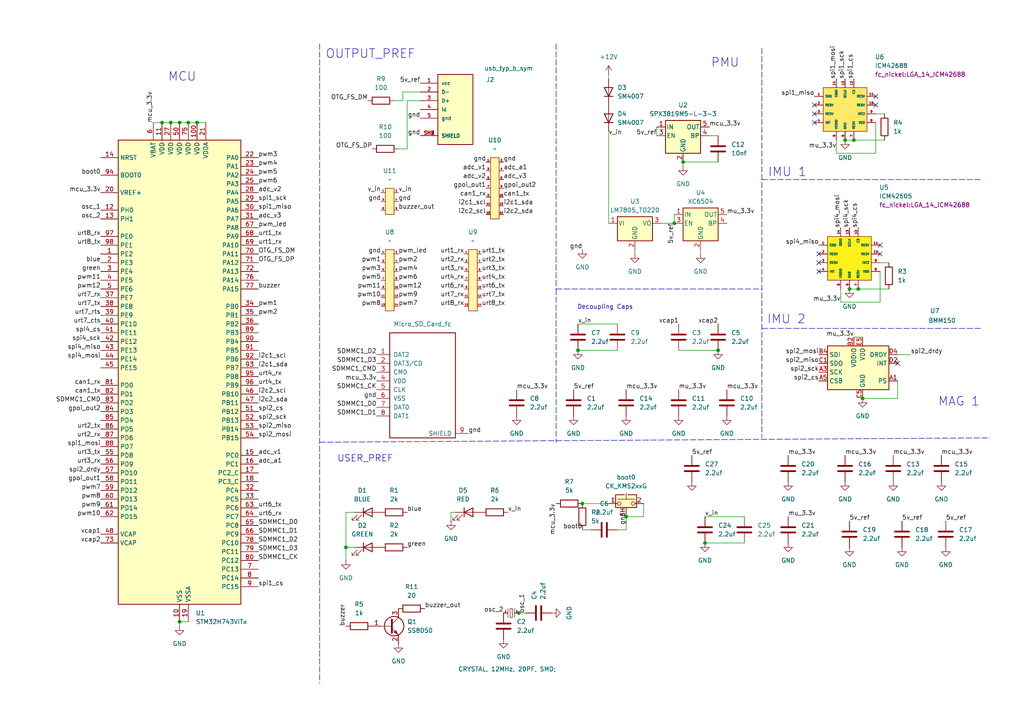
<source format=kicad_sch>
(kicad_sch (version 20250114) (generator "eeschema") (generator_version "9.0")
  (paper "A4")
  (title_block (title "nickel_h743") (rev "1"))
  (text "MCU" (at 52.832 22.352 0) (effects (font (size 2.54 2.54))))
  (text "OUTPUT_PREF" (at 107.442 15.748 0) (effects (font (size 2.54 2.54))))
  (text "MAG 1" (at 278.13 116.586 0) (effects (font (size 2.54 2.54))))
  (text "Decoupling Caps\n" (at 175.514 89.154 0) (effects (font (size 1.27 1.27))))
  (text "PMU\n" (at 210.312 18.288 0) (effects (font (size 2.54 2.54))))
  (text "IMU 2\n" (at 228.092 92.71 0) (effects (font (size 2.54 2.54))))
  (text "IMU 1" (at 228.346 50.038 0) (effects (font (size 2.54 2.54))))
  (text "USER_PREF" (at 105.918 133.096 0) (effects (font (size 1.905 1.905))))
  (junction (at 247.65 40.64))
  (junction (at 52.07 35.56))
  (junction (at 52.07 180.34))
  (junction (at 54.61 35.56))
  (junction (at 57.15 35.56))
  (junction (at 167.64 101.6))
  (junction (at 250.19 115.57))
  (junction (at 100.33 158.75))
  (junction (at 150.495 177.8))
  (junction (at 245.11 40.64))
  (junction (at 49.53 35.56))
  (junction (at 168.91 146.05))
  (junction (at 208.28 101.6))
  (junction (at 181.61 149.86))
  (junction (at 246.38 83.82))
  (junction (at 46.99 35.56))
  (junction (at 248.92 83.82))
  (junction (at 195.58 64.77))
  (junction (at 198.12 46.99))
  (junction (at 204.47 157.48))
  (no_connect (at 254 30.48))
  (no_connect (at 237.49 76.2))
  (no_connect (at 237.49 78.74))
  (no_connect (at 260.35 105.41))
  (no_connect (at 255.27 73.66))
  (no_connect (at 237.49 73.66))
  (no_connect (at 236.22 30.48))
  (no_connect (at 236.22 33.02))
  (no_connect (at 255.27 71.12))
  (no_connect (at 236.22 35.56))
  (no_connect (at 254 27.94))
  (wire (pts (xy 149.86 177.8) (xy 150.495 177.8)))
  (wire (pts (xy 49.53 35.56) (xy 52.07 35.56)))
  (wire (pts (xy 191.77 64.77) (xy 195.58 64.77)))
  (polyline (pts (xy 161.29 83.82) (xy 220.98 83.82)) (stroke (width 0) (type dash)))
  (wire (pts (xy 254 44.45) (xy 254 35.56)))
  (wire (pts (xy 198.12 46.99) (xy 208.28 46.99)))
  (wire (pts (xy 260.35 104.14) (xy 260.35 105.41)))
  (polyline (pts (xy 220.98 95.25) (xy 284.48 95.25)) (stroke (width 0) (type dash)))
  (wire (pts (xy 118.11 43.18) (xy 118.11 29.21)))
  (wire (pts (xy 248.92 83.82) (xy 257.81 83.82)))
  (wire (pts (xy 171.45 153.67) (xy 168.91 153.67)))
  (wire (pts (xy 176.53 38.1) (xy 176.53 64.77)))
  (wire (pts (xy 52.07 35.56) (xy 54.61 35.56)))
  (wire (pts (xy 100.33 148.59) (xy 100.33 158.75)))
  (wire (pts (xy 204.47 157.48) (xy 215.9 157.48)))
  (wire (pts (xy 255.27 87.63) (xy 255.27 78.74)))
  (wire (pts (xy 57.15 35.56) (xy 59.69 35.56)))
  (wire (pts (xy 245.11 40.64) (xy 247.65 40.64)))
  (wire (pts (xy 130.81 151.13) (xy 130.81 148.59)))
  (wire (pts (xy 52.07 180.34) (xy 54.61 180.34)))
  (wire (pts (xy 250.19 115.57) (xy 260.35 115.57)))
  (wire (pts (xy 255.27 76.2) (xy 257.81 76.2)))
  (polyline (pts (xy 92.71 12.7) (xy 92.71 198.12)) (stroke (width 0) (type dash)))
  (wire (pts (xy 52.07 180.34) (xy 52.07 181.61)))
  (wire (pts (xy 247.65 97.79) (xy 250.19 97.79)))
  (wire (pts (xy 114.3 29.21) (xy 116.84 29.21)))
  (wire (pts (xy 100.33 148.59) (xy 102.87 148.59)))
  (wire (pts (xy 203.2 73.66) (xy 203.2 72.39)))
  (wire (pts (xy 254 33.02) (xy 256.54 33.02)))
  (wire (pts (xy 260.35 102.87) (xy 264.16 102.87)))
  (wire (pts (xy 243.84 83.82) (xy 243.84 87.63)))
  (polyline (pts (xy 220.98 13.97) (xy 220.98 127)) (stroke (width 0) (type dash)))
  (polyline (pts (xy 220.98 52.07) (xy 284.48 52.07)) (stroke (width 0) (type dash)))
  (wire (pts (xy 246.38 83.82) (xy 248.92 83.82)))
  (wire (pts (xy 115.57 43.18) (xy 118.11 43.18)))
  (wire (pts (xy 181.61 149.86) (xy 181.61 148.59)))
  (wire (pts (xy 116.84 26.67) (xy 121.92 26.67)))
  (wire (pts (xy 150.495 177.8) (xy 152.4 177.8)))
  (wire (pts (xy 186.69 146.05) (xy 186.69 149.86)))
  (wire (pts (xy 176.53 21.59) (xy 176.53 22.86)))
  (wire (pts (xy 179.07 153.67) (xy 181.61 153.67)))
  (wire (pts (xy 100.33 162.56) (xy 100.33 158.75)))
  (wire (pts (xy 181.61 153.67) (xy 181.61 149.86)))
  (wire (pts (xy 247.65 40.64) (xy 256.54 40.64)))
  (wire (pts (xy 118.11 29.21) (xy 121.92 29.21)))
  (wire (pts (xy 167.64 93.98) (xy 179.07 93.98)))
  (wire (pts (xy 46.99 35.56) (xy 49.53 35.56)))
  (wire (pts (xy 54.61 35.56) (xy 57.15 35.56)))
  (wire (pts (xy 130.81 148.59) (xy 132.08 148.59)))
  (wire (pts (xy 198.12 48.26) (xy 198.12 46.99)))
  (wire (pts (xy 242.57 40.64) (xy 242.57 44.45)))
  (wire (pts (xy 100.33 158.75) (xy 102.87 158.75)))
  (wire (pts (xy 243.84 87.63) (xy 255.27 87.63)))
  (wire (pts (xy 190.5 36.83) (xy 190.5 39.37)))
  (wire (pts (xy 242.57 44.45) (xy 254 44.45)))
  (wire (pts (xy 260.35 110.49) (xy 260.35 115.57)))
  (polyline (pts (xy 92.71 128.27) (xy 287.02 127)) (stroke (width 0) (type dash)))
  (wire (pts (xy 204.47 149.86) (xy 215.9 149.86)))
  (wire (pts (xy 168.91 146.05) (xy 176.53 146.05)))
  (wire (pts (xy 167.64 101.6) (xy 179.07 101.6)))
  (polyline (pts (xy 161.29 83.82) (xy 161.29 128.27)) (stroke (width 0) (type dash)))
  (wire (pts (xy 44.45 35.56) (xy 46.99 35.56)))
  (wire (pts (xy 196.85 101.6) (xy 208.28 101.6)))
  (wire (pts (xy 205.74 39.37) (xy 208.28 39.37)))
  (wire (pts (xy 116.84 29.21) (xy 116.84 26.67)))
  (wire (pts (xy 186.69 149.86) (xy 181.61 149.86)))
  (wire (pts (xy 195.58 62.23) (xy 195.58 64.77)))
  (wire (pts (xy 184.15 72.39) (xy 184.15 73.66)))
  (polyline (pts (xy 161.29 12.7) (xy 161.29 83.82)) (stroke (width 0) (type dash)))
  (label "vcap2" (at 208.28 93.98 180))
  (label "vcap2" (at 29.21 157.48 180))
  (label "mu_3.3v" (at 243.84 87.63 180))
  (label "mcu_3.3v" (at 109.22 110.49 180))
  (label "i2c1_scl" (at 74.93 104.14 0))
  (label "SDMMC1_D2" (at 74.93 157.48 0))
  (label "spi1_miso" (at 236.22 27.94 180))
  (label "spi4_miso" (at 29.21 101.6 180))
  (label "urt7_tx" (at 29.21 88.9 180))
  (label "urt2_tx" (at 139.7 76.2 0))
  (label "urt4_tx" (at 139.7 81.28 0))
  (label "osc_2" (at 29.21 63.5 180))
  (label "gnd" (at 135.89 125.73 0))
  (label "gnd" (at 109.22 115.57 180))
  (label "spi2_miso" (at 237.49 105.41 180))
  (label "i2c1_scl" (at 140.97 59.69 180))
  (label "gpoi_out2" (at 146.05 54.61 0))
  (label "urt1_rx" (at 134.62 73.66 180))
  (label "urt3_rx" (at 134.62 78.74 180))
  (label "5v_ref" (at 274.32 151.13 0))
  (label "spi1_sck" (at 74.93 58.42 0))
  (label "pwm12" (at 29.21 83.82 180))
  (label "5v_ref" (at 121.92 24.13 180))
  (label "5v_ref" (at 200.66 132.08 0))
  (label "spi2_miso" (at 74.93 124.46 0))
  (label "5v_ref" (at 166.37 113.03 0))
  (label "urt4_rx" (at 74.93 109.22 0))
  (label "gnd" (at 110.49 58.42 180))
  (label "pwm11" (at 110.49 83.82 180))
  (label "v_in" (at 110.49 55.88 180))
  (label "adc_v2" (at 140.97 52.07 180))
  (label "urt2_rx" (at 134.62 76.2 180))
  (label "can1_tx" (at 146.05 57.15 0))
  (label "pwm2" (at 74.93 91.44 0))
  (label "spi4_miso" (at 237.49 71.12 180))
  (label "urt7_rx" (at 29.21 86.36 180))
  (label "gnd" (at 146.05 46.99 0))
  (label "blue" (at 118.11 148.59 0))
  (label "urt8_rx" (at 29.21 68.58 180))
  (label "pwm8" (at 29.21 144.78 180))
  (label "pwm1" (at 110.49 76.2 180))
  (label "osc_1" (at 152.4 177.8 90))
  (label "5v_ref" (at 246.38 151.13 0))
  (label "urt3_rx" (at 29.21 134.62 180))
  (label "pwm4" (at 74.93 48.26 0))
  (label "SDMMC1_D3" (at 109.22 105.41 180))
  (label "mu_3.3v" (at 228.6 149.86 0))
  (label "i2c2_scl" (at 74.93 114.3 0))
  (label "i2c2_sda" (at 74.93 116.84 0))
  (label "spi2_cs" (at 74.93 119.38 0))
  (label "spi4_sck" (at 246.38 66.04 90))
  (label "urt6_rx" (at 74.93 149.86 0))
  (label "pwm1" (at 74.93 88.9 0))
  (label "pwm5" (at 74.93 50.8 0))
  (label "pwm10" (at 29.21 149.86 180))
  (label "buzzer" (at 100.33 181.61 90))
  (label "OTG_FS_DM" (at 74.93 73.66 0))
  (label "gnd" (at 181.61 148.59 270))
  (label "OTG_FS_DM" (at 106.68 29.21 180))
  (label "urt6_tx" (at 74.93 147.32 0))
  (label "pwm12" (at 115.57 83.82 0))
  (label "urt8_tx" (at 139.7 88.9 0))
  (label "mu_3.3v" (at 247.65 97.79 180))
  (label "urt7_rts" (at 29.21 91.44 180))
  (label "i2c2_scl" (at 140.97 62.23 180))
  (label "blue" (at 29.21 76.2 180))
  (label "SDMMC1_D1" (at 74.93 154.94 0))
  (label "mcu_3.3v" (at 210.82 113.03 0))
  (label "urt4_tx" (at 74.93 111.76 0))
  (label "urt7_tx" (at 139.7 86.36 0))
  (label "adc_v1" (at 140.97 49.53 180))
  (label "v_in" (at 204.47 149.86 0))
  (label "mcu_3.3v" (at 273.05 132.08 0))
  (label "pwm7" (at 115.57 88.9 0))
  (label "spi4_mosi" (at 29.21 104.14 180))
  (label "pwm_led" (at 115.57 73.66 0))
  (label "urt6_rx" (at 134.62 83.82 180))
  (label "SDMMC1_D1" (at 109.22 120.65 180))
  (label "spi1_miso" (at 74.93 60.96 0))
  (label "spi1_sck" (at 245.11 22.86 90))
  (label "v_in" (at 167.64 93.98 0))
  (label "adc_v1" (at 74.93 132.08 0))
  (label "v_in" (at 147.32 148.59 0))
  (label "gnd" (at 115.57 58.42 0))
  (label "spi2_cs" (at 237.49 110.49 180))
  (label "spi2_sck" (at 237.49 107.95 180))
  (label "spi1_mosi" (at 242.57 22.86 90))
  (label "vcap1" (at 196.85 93.98 180))
  (label "urt3_tx" (at 29.21 132.08 180))
  (label "OTG_FS_DP" (at 107.95 43.18 180))
  (label "i2c1_sda" (at 146.05 59.69 0))
  (label "mu_3.3v" (at 228.6 132.08 0))
  (label "mcu_3.3v" (at 259.08 132.08 0))
  (label "spi1_cs" (at 74.93 170.18 0))
  (label "urt2_rx" (at 29.21 127 180))
  (label "pwm6" (at 74.93 53.34 0))
  (label "can1_tx" (at 29.21 114.3 180))
  (label "SDMMC1_D3" (at 74.93 160.02 0))
  (label "mcu_3.3v" (at 44.45 35.56 90))
  (label "gnd" (at 121.92 34.29 180))
  (label "pwm6" (at 115.57 81.28 0))
  (label "pwm3" (at 110.49 78.74 180))
  (label "urt1_rx" (at 74.93 71.12 0))
  (label "green" (at 118.11 158.75 0))
  (label "urt2_tx" (at 29.21 124.46 180))
  (label "gnd" (at 168.91 72.39 180))
  (label "buzzer" (at 74.93 83.82 0))
  (label "urt7_cts" (at 29.21 93.98 180))
  (label "v_in" (at 115.57 55.88 0))
  (label "OTG_FS_DP" (at 74.93 76.2 0))
  (label "mcu_3.3v" (at 245.11 132.08 0))
  (label "urt6_tx" (at 139.7 83.82 0))
  (label "urt8_rx" (at 134.62 88.9 180))
  (label "spi1_mosi" (at 29.21 129.54 180))
  (label "adc_v3" (at 146.05 52.07 0))
  (label "osc_1" (at 29.21 60.96 180))
  (label "gpoi_out1" (at 140.97 54.61 180))
  (label "i2c2_sda" (at 146.05 62.23 0))
  (label "mcu_3.3v" (at 205.74 36.83 0))
  (label "gnd" (at 121.92 39.37 180))
  (label "pwm4" (at 115.57 78.74 0))
  (label "boot0" (at 168.91 153.67 180))
  (label "pwm9" (at 29.21 147.32 180))
  (label "spi2_mosi" (at 237.49 102.87 180))
  (label "SDMMC1_CMD" (at 29.21 116.84 180))
  (label "i2c1_sda" (at 74.93 106.68 0))
  (label "vcap1" (at 29.21 154.94 180))
  (label "green" (at 29.21 78.74 180))
  (label "5v_ref" (at 190.5 39.37 180))
  (label "adc_a1" (at 146.05 49.53 0))
  (label "SDMMC1_D2" (at 109.22 102.87 180))
  (label "spi2_sck" (at 74.93 121.92 0))
  (label "pwm7" (at 29.21 142.24 180))
  (label "pwm9" (at 115.57 86.36 0))
  (label "adc_v2" (at 74.93 55.88 0))
  (label "spi1_cs" (at 247.65 22.86 90))
  (label "spi2_mosi" (at 74.93 127 0))
  (label "boot0" (at 29.21 50.8 180))
  (label "pwm_led" (at 74.93 66.04 0))
  (label "gpoi_out1" (at 29.21 139.7 180))
  (label "spi4_cs" (at 248.92 66.04 90))
  (label "SDMMC1_CK" (at 74.93 162.56 0))
  (label "SDMMC1_CMD" (at 109.22 107.95 180))
  (label "spi2_drdy" (at 264.16 102.87 0))
  (label "buzzer_out" (at 123.19 176.53 0))
  (label "urt3_tx" (at 139.7 78.74 0))
  (label "mcu_3.3v" (at 149.86 113.03 0))
  (label "urt7_rx" (at 134.62 86.36 180))
  (label "adc_v3" (at 74.93 63.5 0))
  (label "urt8_tx" (at 29.21 71.12 180))
  (label "SDMMC1_CK" (at 109.22 113.03 180))
  (label "gnd" (at 140.97 46.99 180))
  (label "gpoi_out2" (at 29.21 119.38 180))
  (label "mu_3.3v" (at 242.57 43.18 180))
  (label "spi2_drdy" (at 29.21 137.16 180))
  (label "urt1_tx" (at 74.93 68.58 0))
  (label "urt4_rx" (at 134.62 81.28 180))
  (label "mu_3.3v" (at 210.82 62.23 0))
  (label "SDMMC1_D0" (at 74.93 152.4 0))
  (label "SDMMC1_D0" (at 109.22 118.11 180))
  (label "can1_rx" (at 140.97 57.15 180))
  (label "pwm10" (at 110.49 86.36 180))
  (label "5v_ref" (at 195.58 64.77 270))
  (label "pwm11" (at 29.21 81.28 180))
  (label "v_in" (at 176.53 39.37 0))
  (label "urt1_tx" (at 139.7 73.66 0))
  (label "adc_a1" (at 74.93 134.62 0))
  (label "osc_2" (at 146.05 177.8 180))
  (label "can1_rx" (at 29.21 111.76 180))
  (label "pwm2" (at 115.57 76.2 0))
  (label "spi4_mosi" (at 243.84 66.04 90))
  (label "mcu_3.3v" (at 161.29 146.05 270))
  (label "pwm5" (at 110.49 81.28 180))
  (label "mcu_3.3v" (at 29.21 55.88 180))
  (label "mu_3.3v" (at 196.85 113.03 0))
  (label "pwm3" (at 74.93 45.72 0))
  (label "mcu_3.3v" (at 181.61 113.03 0))
  (label "buzzer_out" (at 115.57 60.96 0))
  (label "gnd" (at 110.49 73.66 180))
  (label "spi4_sck" (at 29.21 99.06 180))
  (label "5v_ref" (at 261.62 151.13 0))
  (label "spi4_cs" (at 29.21 96.52 180))
  (label "pwm8" (at 110.49 88.9 180))
  (symbol (lib_id "power:GND") (at 250.19 115.57 0) (unit 1)
    (property "Reference" "#PWR016" (effects (hide yes)))
    (property "Value" "GND" (at 250.19 120.65 0))
    (property "Description" "Power symbol creates a global label with name \"GND\" , ground" (effects (hide yes)))
  )
  (symbol (lib_id "Device:R") (at 110.49 29.21 90) (unit 1)
    (property "Reference" "R9" (at 110.49 22.86 90))
    (property "Value" "100" (at 110.49 25.4 90))
    (property "Footprint" "Resistor_SMD:R_0402_1005Metric" (effects (hide yes)))
    (property "Description" "Resistor" (effects (hide yes)))
  )
  (symbol (lib_id "Device:C") (at 208.28 43.18 0) (unit 1)
    (property "Reference" "C12" (at 212.09 41.9099 0) (effects (justify left)))
    (property "Value" "10nf" (at 212.09 44.4499 0) (effects (justify left)))
    (property "Footprint" "Capacitor_SMD:C_01005_0402Metric_Pad0.57x0.30mm_HandSolder" (effects (hide yes)))
    (property "Description" "Unpolarized capacitor" (effects (hide yes)))
  )
  (symbol (lib_id "power:GND") (at 146.05 185.42 0) (unit 1)
    (property "Reference" "#PWR017" (effects (hide yes)))
    (property "Value" "GND" (at 146.05 190.5 0))
    (property "Description" "Power symbol creates a global label with name \"GND\" , ground" (effects (hide yes)))
  )
  (symbol (lib_id "Device:C") (at 208.28 97.79 0) (unit 1)
    (property "Reference" "C5" (at 212.09 96.5199 0) (effects (justify left)))
    (property "Value" "2.2uf" (at 212.09 99.0599 0) (effects (justify left)))
    (property "Footprint" "Capacitor_SMD:C_01005_0402Metric_Pad0.57x0.30mm_HandSolder" (effects (hide yes)))
    (property "Description" "Unpolarized capacitor" (effects (hide yes)))
  )
  (symbol (lib_id "power:GND") (at 246.38 158.75 0) (unit 1)
    (property "Reference" "#PWR027" (effects (hide yes)))
    (property "Value" "GND" (at 246.38 163.83 0))
    (property "Description" "Power symbol creates a global label with name \"GND\" , ground" (effects (hide yes)))
  )
  (symbol (lib_id "power:GND") (at 149.86 120.65 0) (unit 1)
    (property "Reference" "#PWR020" (effects (hide yes)))
    (property "Value" "GND" (at 149.86 125.73 0))
    (property "Description" "Power symbol creates a global label with name \"GND\" , ground" (effects (hide yes)))
  )
  (symbol (lib_id "Device:C") (at 259.08 135.89 0) (unit 1)
    (property "Reference" "C13" (at 262.89 134.6199 0) (effects (justify left)))
    (property "Value" "2.2uf" (at 262.89 137.1599 0) (effects (justify left)))
    (property "Footprint" "Capacitor_SMD:C_01005_0402Metric_Pad0.57x0.30mm_HandSolder" (effects (hide yes)))
    (property "Description" "Unpolarized capacitor" (effects (hide yes)))
  )
  (symbol (lib_id "Diode:SM4007") (at 176.53 26.67 90) (unit 1)
    (property "Reference" "D3" (at 179.07 25.3999 90) (effects (justify right)))
    (property "Value" "SM4007" (at 179.07 27.9399 90) (effects (justify right)))
    (property "Footprint" "Capacitor_SMD:C_0402_1005Metric" (effects (hide yes)))
    (property "Datasheet" "http://cdn-reichelt.de/documents/datenblatt/A400/SMD1N400%23DIO.pdf" (effects (hide yes)))
    (property "Description" "1000V 1A General Purpose Rectifier Diode, MELF" (effects (hide yes)))
    (property "Sim.Device" "D" (effects (hide yes)))
    (property "Sim.Pins" "1=K 2=A" (effects (hide yes)))
  )
  (symbol (lib_id "Device:C") (at 273.05 135.89 0) (unit 1)
    (property "Reference" "C15" (at 276.86 134.6199 0) (effects (justify left)))
    (property "Value" "2.2uf" (at 276.86 137.1599 0) (effects (justify left)))
    (property "Footprint" "Capacitor_SMD:C_01005_0402Metric_Pad0.57x0.30mm_HandSolder" (effects (hide yes)))
    (property "Description" "Unpolarized capacitor" (effects (hide yes)))
  )
  (symbol (lib_id "Device:R") (at 256.54 36.83 0) (unit 1)
    (property "Reference" "R4" (at 259.08 35.5599 0) (effects (justify left)))
    (property "Value" "1k" (at 259.08 38.0999 0) (effects (justify left)))
    (property "Footprint" "Resistor_SMD:R_0402_1005Metric" (effects (hide yes)))
    (property "Description" "Resistor" (effects (hide yes)))
  )
  (symbol (lib_id "Regulator_Linear:SPX3819M5-L-3-3") (at 198.12 39.37 0) (unit 1)
    (property "Reference" "U2" (at 198.12 30.48 0))
    (property "Value" "SPX3819M5-L-3-3" (at 198.12 33.02 0))
    (property "Footprint" "Package_TO_SOT_SMD:SOT-23-5" (effects (hide yes)))
    (property "Datasheet" "https://www.exar.com/content/document.ashx?id=22106&languageid=1033&type=Datasheet&partnumber=SPX3819&filename=SPX3819.pdf&part=SPX3819" (effects (hide yes)))
    (property "Description" "500mA Low drop-out regulator, Fixed Output 3.3V, SOT-23-5" (effects (hide yes)))
  )
  (symbol (lib_id "Device:C") (at 156.21 177.8 90) (unit 1)
    (property "Reference" "C4" (at 154.9399 173.99 0) (effects (justify left)))
    (property "Value" "2.2uf" (at 157.4799 173.99 0) (effects (justify left)))
    (property "Footprint" "Capacitor_SMD:C_01005_0402Metric_Pad0.57x0.30mm_HandSolder" (effects (hide yes)))
    (property "Description" "Unpolarized capacitor" (effects (hide yes)))
  )
  (symbol (lib_id "Device:C") (at 261.62 154.94 0) (unit 1)
    (property "Reference" "C18" (at 265.43 153.6699 0) (effects (justify left)))
    (property "Value" "2.2uf" (at 265.43 156.2099 0) (effects (justify left)))
    (property "Footprint" "Capacitor_SMD:C_01005_0402Metric_Pad0.57x0.30mm_HandSolder" (effects (hide yes)))
    (property "Description" "Unpolarized capacitor" (effects (hide yes)))
  )
  (symbol (lib_id "Regulator_Linear:LM7805_TO220") (at 184.15 64.77 0) (unit 1)
    (property "Reference" "U3" (at 184.15 58.42 0))
    (property "Value" "LM7805_TO220" (at 184.15 60.96 0))
    (property "Footprint" "Package_TO_SOT_THT:TO-220-3_Vertical" (effects (hide yes)))
    (property "Datasheet" "https://www.onsemi.cn/PowerSolutions/document/MC7800-D.PDF" (effects (hide yes)))
    (property "Description" "Positive 1A 35V Linear Regulator, Fixed Output 5V, TO-220" (effects (hide yes)))
  )
  (symbol (lib_id "power:GND") (at 210.82 120.65 0) (unit 1)
    (property "Reference" "#PWR021" (effects (hide yes)))
    (property "Value" "GND" (at 210.82 125.73 0))
    (property "Description" "Power symbol creates a global label with name \"GND\" , ground" (effects (hide yes)))
  )
  (symbol (lib_id "power:GND") (at 274.32 158.75 0) (unit 1)
    (property "Reference" "#PWR025" (effects (hide yes)))
    (property "Value" "GND" (at 274.32 163.83 0))
    (property "Description" "Power symbol creates a global label with name \"GND\" , ground" (effects (hide yes)))
  )
  (symbol (lib_id "Device:C") (at 210.82 116.84 0) (unit 1)
    (property "Reference" "C10" (at 214.63 115.5699 0) (effects (justify left)))
    (property "Value" "2.2uf" (at 214.63 118.1099 0) (effects (justify left)))
    (property "Footprint" "Capacitor_SMD:C_01005_0402Metric_Pad0.57x0.30mm_HandSolder" (effects (hide yes)))
    (property "Description" "Unpolarized capacitor" (effects (hide yes)))
  )
  (symbol (lib_id "power:GND") (at 198.12 48.26 0) (unit 1)
    (property "Reference" "#PWR09" (effects (hide yes)))
    (property "Value" "GND" (at 198.12 53.34 0))
    (property "Description" "Power symbol creates a global label with name \"GND\" , ground" (effects (hide yes)))
  )
  (symbol (lib_id "Device:C") (at 204.47 153.67 0) (unit 1)
    (property "Reference" "C24" (at 208.28 152.3999 0) (effects (justify left)))
    (property "Value" "2.2uf" (at 208.28 154.9399 0) (effects (justify left)))
    (property "Footprint" "Capacitor_SMD:C_01005_0402Metric_Pad0.57x0.30mm_HandSolder" (effects (hide yes)))
    (property "Description" "Unpolarized capacitor" (effects (hide yes)))
  )
  (symbol (lib_id "power:GND") (at 196.85 120.65 0) (unit 1)
    (property "Reference" "#PWR011" (effects (hide yes)))
    (property "Value" "GND" (at 196.85 125.73 0))
    (property "Description" "Power symbol creates a global label with name \"GND\" , ground" (effects (hide yes)))
  )
  (symbol (lib_id "Device:C") (at 149.86 116.84 0) (unit 1)
    (property "Reference" "C8" (at 153.67 115.5699 0) (effects (justify left)))
    (property "Value" "2.2uf" (at 153.67 118.1099 0) (effects (justify left)))
    (property "Footprint" "Capacitor_SMD:C_01005_0402Metric_Pad0.57x0.30mm_HandSolder" (effects (hide yes)))
    (property "Description" "Unpolarized capacitor" (effects (hide yes)))
  )
  (symbol (lib_id "Device:C") (at 167.64 97.79 0) (unit 1)
    (property "Reference" "C7" (at 171.45 96.5199 0) (effects (justify left)))
    (property "Value" "2.2uf" (at 171.45 99.0599 0) (effects (justify left)))
    (property "Footprint" "Capacitor_SMD:C_01005_0402Metric_Pad0.57x0.30mm_HandSolder" (effects (hide yes)))
    (property "Description" "Unpolarized capacitor" (effects (hide yes)))
  )
  (symbol (lib_id "power:GND") (at 115.57 186.69 0) (unit 1)
    (property "Reference" "#PWR01" (effects (hide yes)))
    (property "Value" "GND" (at 115.57 191.77 0))
    (property "Description" "Power symbol creates a global label with name \"GND\" , ground" (effects (hide yes)))
  )
  (symbol (lib_id "Device:C") (at 200.66 135.89 0) (unit 1)
    (property "Reference" "C27" (at 204.47 134.6199 0) (effects (justify left)))
    (property "Value" "2.2uf" (at 204.47 137.1599 0) (effects (justify left)))
    (property "Footprint" "Capacitor_SMD:C_01005_0402Metric_Pad0.57x0.30mm_HandSolder" (effects (hide yes)))
    (property "Description" "Unpolarized capacitor" (effects (hide yes)))
  )
  (symbol (lib_id "power:GND") (at 208.28 101.6 0) (unit 1)
    (property "Reference" "#PWR03" (effects (hide yes)))
    (property "Value" "GND" (at 208.28 106.68 0))
    (property "Description" "Power symbol creates a global label with name \"GND\" , ground" (effects (hide yes)))
  )
  (symbol (lib_id "power:GND") (at 203.2 73.66 0) (unit 1)
    (property "Reference" "#PWR012" (effects (hide yes)))
    (property "Value" "GND" (at 203.2 78.74 0))
    (property "Description" "Power symbol creates a global label with name \"GND\" , ground" (effects (hide yes)))
  )
  (symbol (lib_id "fc_nickel_custom_parts:Pin_For_fc") (at 137.16 81.28 0) (unit 1)
    (property "Reference" "U9" (at 137.16 67.31 0))
    (property "Value" "~" (at 137.16 69.85 0))
    (property "Footprint" "fc_nickel:IDC-Header_P2.54mm_fc" (effects (hide yes)))
  )
  (symbol (lib_id "Device:R") (at 165.1 146.05 90) (unit 1)
    (property "Reference" "R7" (at 165.1 139.7 90))
    (property "Value" "5k" (at 165.1 142.24 90))
    (property "Footprint" "Resistor_SMD:R_0402_1005Metric" (effects (hide yes)))
    (property "Description" "Resistor" (effects (hide yes)))
  )
  (symbol (lib_id "power:GND") (at 130.81 151.13 0) (unit 1)
    (property "Reference" "#PWR02" (effects (hide yes)))
    (property "Value" "GND" (at 130.81 156.21 0))
    (property "Description" "Power symbol creates a global label with name \"GND\" , ground" (effects (hide yes)))
  )
  (symbol (lib_id "Device:R") (at 257.81 80.01 0) (unit 1)
    (property "Reference" "R3" (at 260.35 78.7399 0) (effects (justify left)))
    (property "Value" "1k" (at 260.35 81.2799 0) (effects (justify left)))
    (property "Footprint" "Resistor_SMD:R_0402_1005Metric" (effects (hide yes)))
    (property "Description" "Resistor" (effects (hide yes)))
  )
  (symbol (lib_id "power:GND") (at 52.07 181.61 0) (unit 1)
    (property "Reference" "#PWR05" (effects (hide yes)))
    (property "Value" "GND" (at 52.07 186.69 0))
    (property "Description" "Power symbol creates a global label with name \"GND\" , ground" (effects (hide yes)))
  )
  (symbol (lib_id "Device:LED") (at 106.68 148.59 0) (unit 1)
    (property "Reference" "D1" (at 105.0925 142.24 0))
    (property "Value" "BLUE" (at 105.0925 144.78 0))
    (property "Footprint" "LED_SMD:LED_0402_1005Metric" (effects (hide yes)))
    (property "Description" "Light emitting diode" (effects (hide yes)))
    (property "Sim.Pins" "1=K 2=A" (effects (hide yes)))
  )
  (symbol (lib_id "power:GND") (at 259.08 139.7 0) (unit 1)
    (property "Reference" "#PWR022" (effects (hide yes)))
    (property "Value" "GND" (at 259.08 144.78 0))
    (property "Description" "Power symbol creates a global label with name \"GND\" , ground" (effects (hide yes)))
  )
  (symbol (lib_id "fc_nickel_custom_parts:Pin_For_fc") (at 113.03 81.28 0) (unit 1)
    (property "Reference" "U8" (at 113.03 67.31 0))
    (property "Value" "~" (at 113.03 69.85 0))
    (property "Footprint" "fc_nickel:IDC-Header_2x04_P2.54mm_fc" (effects (hide yes)))
  )
  (symbol (lib_id "Regulator_Linear:SPX3819M5-L-3-3") (at 203.2 64.77 0) (unit 1)
    (property "Reference" "U4" (at 203.2 55.88 0))
    (property "Value" "XC6504" (at 203.2 58.42 0))
    (property "Footprint" "Package_TO_SOT_SMD:SOT-23-5" (effects (hide yes)))
    (property "Datasheet" "https://www.exar.com/content/document.ashx?id=22106&languageid=1033&type=Datasheet&partnumber=SPX3819&filename=SPX3819.pdf&part=SPX3819" (effects (hide yes)))
    (property "Description" "500mA Low drop-out regulator, Fixed Output 3.3V, SOT-23-5" (effects (hide yes)))
  )
  (symbol (lib_id "fc_nickel_custom_parts:ICM42688") (at 245.11 31.75 0) (unit 1)
    (property "Reference" "U6" (at 253.746 16.51 0) (effects (justify left)))
    (property "Value" "ICM42688" (at 253.746 19.05 0) (effects (justify left)))
    (property "Footprint" "fc_nickel:LGA_14_ICM42688" (at 253.746 21.59 0) (effects (justify left)))
  )
  (symbol (lib_id "power:GND") (at 160.02 177.8 90) (unit 1)
    (property "Reference" "#PWR019" (effects (hide yes)))
    (property "Value" "GND" (at 165.1 177.8 0))
    (property "Description" "Power symbol creates a global label with name \"GND\" , ground" (effects (hide yes)))
  )
  (symbol (lib_id "fc_nickel_custom_parts:Pin_For_fc") (at 143.51 54.61 0) (unit 1)
    (property "Reference" "U10" (at 143.51 40.64 0))
    (property "Value" "~" (at 143.51 43.18 0))
    (property "Footprint" "fc_nickel:IDC-Header_P2.54mm_fc" (effects (hide yes)))
  )
  (symbol (lib_id "power:GND") (at 168.91 72.39 0) (unit 1)
    (property "Reference" "#PWR018" (effects (hide yes)))
    (property "Value" "GND" (at 168.91 77.47 0))
    (property "Description" "Power symbol creates a global label with name \"GND\" , ground" (effects (hide yes)))
  )
  (symbol (lib_id "power:GND") (at 273.05 139.7 0) (unit 1)
    (property "Reference" "#PWR023" (effects (hide yes)))
    (property "Value" "GND" (at 273.05 144.78 0))
    (property "Description" "Power symbol creates a global label with name \"GND\" , ground" (effects (hide yes)))
  )
  (symbol (lib_id "MCU_ST_STM32H7:STM32H743VITx") (at 52.07 109.22 0) (unit 1)
    (property "Reference" "U1" (at 56.7533 177.8 0) (effects (justify left)))
    (property "Value" "STM32H743VITx" (at 56.7533 180.34 0) (effects (justify left)))
    (property "Footprint" "Package_QFP:LQFP-100_14x14mm_P0.5mm" (effects (hide yes)))
    (property "Datasheet" "https://www.st.com/resource/en/datasheet/stm32h743vi.pdf" (effects (hide yes)))
    (property "Description" "STMicroelectronics Arm Cortex-M7 MCU, 2048KB flash, 1024KB RAM, 480 MHz, 1.71-3.6V, 82 GPIO, LQFP100" (effects (hide yes)))
  )
  (symbol (lib_id "fc_nickel_custom_parts:ICM42605") (at 246.38 74.93 0) (unit 1)
    (property "Reference" "U5" (at 255.016 54.356 0) (effects (justify left)))
    (property "Value" "ICM42605" (at 255.016 56.896 0) (effects (justify left)))
    (property "Footprint" "fc_nickel:LGA_14_ICM42688" (at 255.016 59.436 0) (effects (justify left)))
  )
  (symbol (lib_id "Device:C") (at 196.85 116.84 0) (unit 1)
    (property "Reference" "C11" (at 200.66 115.5699 0) (effects (justify left)))
    (property "Value" "2.2uf" (at 200.66 118.1099 0) (effects (justify left)))
    (property "Footprint" "Capacitor_SMD:C_01005_0402Metric_Pad0.57x0.30mm_HandSolder" (effects (hide yes)))
    (property "Description" "Unpolarized capacitor" (effects (hide yes)))
  )
  (symbol (lib_id "Device:R") (at 143.51 148.59 90) (unit 1)
    (property "Reference" "R6" (at 143.51 142.24 90))
    (property "Value" "2k" (at 143.51 144.78 90))
    (property "Footprint" "Resistor_SMD:R_0402_1005Metric" (effects (hide yes)))
    (property "Description" "Resistor" (effects (hide yes)))
  )
  (symbol (lib_id "Device:C") (at 274.32 154.94 0) (unit 1)
    (property "Reference" "C17" (at 278.13 153.6699 0) (effects (justify left)))
    (property "Value" "2.2uf" (at 278.13 156.2099 0) (effects (justify left)))
    (property "Footprint" "Capacitor_SMD:C_01005_0402Metric_Pad0.57x0.30mm_HandSolder" (effects (hide yes)))
    (property "Description" "Unpolarized capacitor" (effects (hide yes)))
  )
  (symbol (lib_id "Switch:CK_KMS2xxG") (at 181.61 146.05 0) (unit 1)
    (property "Reference" "boot0" (at 181.61 138.43 0))
    (property "Value" "CK_KMS2xxG" (at 181.61 140.97 0))
    (property "Footprint" "Button_Switch_SMD:SW_SPST_CK_KMS2xxGP" (effects (hide yes)))
    (property "Datasheet" "https://www.ckswitches.com/media/1482/kms.pdf" (effects (hide yes)))
    (property "Description" "Microminiature SMT Side Actuated, 4.2 x 2.8 x 1.42mm, without pegs, with shield pin" (effects (hide yes)))
  )
  (symbol (lib_id "Device:C") (at 175.26 153.67 90) (unit 1)
    (property "Reference" "C6" (at 175.26 146.05 90))
    (property "Value" "2.2uf" (at 175.26 148.59 90))
    (property "Footprint" "Capacitor_SMD:C_01005_0402Metric_Pad0.57x0.30mm_HandSolder" (effects (hide yes)))
    (property "Description" "Unpolarized capacitor" (effects (hide yes)))
  )
  (symbol (lib_id "Device:C") (at 166.37 116.84 0) (unit 1)
    (property "Reference" "C1" (at 170.18 115.5699 0) (effects (justify left)))
    (property "Value" "2.2uf" (at 170.18 118.1099 0) (effects (justify left)))
    (property "Footprint" "Capacitor_SMD:C_01005_0402Metric_Pad0.57x0.30mm_HandSolder" (effects (hide yes)))
    (property "Description" "Unpolarized capacitor" (effects (hide yes)))
  )
  (symbol (lib_id "power:GND") (at 100.33 162.56 0) (unit 1)
    (property "Reference" "#PWR04" (effects (hide yes)))
    (property "Value" "GND" (at 100.33 167.64 0))
    (property "Description" "Power symbol creates a global label with name \"GND\" , ground" (effects (hide yes)))
  )
  (symbol (lib_id "power:GND") (at 181.61 120.65 0) (unit 1)
    (property "Reference" "#PWR013" (effects (hide yes)))
    (property "Value" "GND" (at 181.61 125.73 0))
    (property "Description" "Power symbol creates a global label with name \"GND\" , ground" (effects (hide yes)))
  )
  (symbol (lib_id "power:GND") (at 246.38 83.82 0) (unit 1)
    (property "Reference" "#PWR014" (effects (hide yes)))
    (property "Value" "GND" (at 246.38 88.9 0))
    (property "Description" "Power symbol creates a global label with name \"GND\" , ground" (effects (hide yes)))
  )
  (symbol (lib_id "Device:R") (at 114.3 148.59 90) (unit 1)
    (property "Reference" "R1" (at 114.3 142.24 90))
    (property "Value" "2k" (at 114.3 144.78 90))
    (property "Footprint" "Resistor_SMD:R_0402_1005Metric" (effects (hide yes)))
    (property "Description" "Resistor" (effects (hide yes)))
  )
  (symbol (lib_id "Diode:SM4007") (at 176.53 34.29 90) (unit 1)
    (property "Reference" "D4" (at 179.07 33.0199 90) (effects (justify right)))
    (property "Value" "SM4007" (at 179.07 35.5599 90) (effects (justify right)))
    (property "Footprint" "Capacitor_SMD:C_0402_1005Metric" (effects (hide yes)))
    (property "Datasheet" "http://cdn-reichelt.de/documents/datenblatt/A400/SMD1N400%23DIO.pdf" (effects (hide yes)))
    (property "Description" "1000V 1A General Purpose Rectifier Diode, MELF" (effects (hide yes)))
    (property "Sim.Device" "D" (effects (hide yes)))
    (property "Sim.Pins" "1=K 2=A" (effects (hide yes)))
  )
  (symbol (lib_id "power:GND") (at 245.11 139.7 0) (unit 1)
    (property "Reference" "#PWR024" (effects (hide yes)))
    (property "Value" "GND" (at 245.11 144.78 0))
    (property "Description" "Power symbol creates a global label with name \"GND\" , ground" (effects (hide yes)))
  )
  (symbol (lib_id "fc_nickel_custom_parts:Micro_SD_Card_fc") (at 132.08 110.49 0) (unit 1)
    (property "Reference" "J1" (effects (hide yes)))
    (property "Value" "Micro_SD_Card_fc" (at 122.555 93.98 0))
    (property "Footprint" "fc_nickel:micro_sdcard_new" (effects (hide yes)))
    (property "Datasheet" "https://www.we-online.com/components/products/datasheet/693072010801.pdf" (effects (hide yes)))
    (property "Description" "Micro SD Card Socket" (effects (hide yes)))
  )
  (symbol (lib_id "Device:R") (at 168.91 149.86 180) (unit 1)
    (property "Reference" "R8" (at 171.45 148.5899 0) (effects (justify right)))
    (property "Value" "5k" (at 171.45 151.1299 0) (effects (justify right)))
    (property "Footprint" "Resistor_SMD:R_0402_1005Metric" (effects (hide yes)))
    (property "Description" "Resistor" (effects (hide yes)))
  )
  (symbol (lib_id "Device:C") (at 245.11 135.89 0) (unit 1)
    (property "Reference" "C16" (at 248.92 134.6199 0) (effects (justify left)))
    (property "Value" "2.2uf" (at 248.92 137.1599 0) (effects (justify left)))
    (property "Footprint" "Capacitor_SMD:C_01005_0402Metric_Pad0.57x0.30mm_HandSolder" (effects (hide yes)))
    (property "Description" "Unpolarized capacitor" (effects (hide yes)))
  )
  (symbol (lib_id "Sensor_Magnetic:BMM150") (at 250.19 105.41 0) (unit 1)
    (property "Reference" "U7" (at 269.748 90.17 0) (effects (justify left)))
    (property "Value" "BMM150" (at 269.24 92.964 0) (effects (justify left)))
    (property "Footprint" "Package_CSP:WLCSP-12_1.56x1.56mm_P0.4mm" (effects (hide yes)))
    (property "Datasheet" "https://www.mouser.com/datasheet/2/783/BST-BMM150-DS001-01-786480.pdf" (effects (hide yes)))
    (property "Description" "Geomagnetic Sensor, WLCSP-12" (effects (hide yes)))
  )
  (symbol (lib_id "Device:C") (at 215.9 153.67 0) (unit 1)
    (property "Reference" "C25" (at 219.71 152.3999 0) (effects (justify left)))
    (property "Value" "2.2uf" (at 219.71 154.9399 0) (effects (justify left)))
    (property "Footprint" "Capacitor_SMD:C_01005_0402Metric_Pad0.57x0.30mm_HandSolder" (effects (hide yes)))
    (property "Description" "Unpolarized capacitor" (effects (hide yes)))
  )
  (symbol (lib_id "Device:C") (at 228.6 153.67 0) (unit 1)
    (property "Reference" "C21" (at 232.41 152.3999 0) (effects (justify left)))
    (property "Value" "2.2uf" (at 232.41 154.9399 0) (effects (justify left)))
    (property "Footprint" "Capacitor_SMD:C_01005_0402Metric_Pad0.57x0.30mm_HandSolder" (effects (hide yes)))
    (property "Description" "Unpolarized capacitor" (effects (hide yes)))
  )
  (symbol (lib_id "Device:C") (at 246.38 154.94 0) (unit 1)
    (property "Reference" "C19" (at 250.19 153.6699 0) (effects (justify left)))
    (property "Value" "2.2uf" (at 250.19 156.2099 0) (effects (justify left)))
    (property "Footprint" "Capacitor_SMD:C_01005_0402Metric_Pad0.57x0.30mm_HandSolder" (effects (hide yes)))
    (property "Description" "Unpolarized capacitor" (effects (hide yes)))
  )
  (symbol (lib_id "power:GND") (at 167.64 101.6 0) (unit 1)
    (property "Reference" "#PWR07" (effects (hide yes)))
    (property "Value" "GND" (at 167.64 106.68 0))
    (property "Description" "Power symbol creates a global label with name \"GND\" , ground" (effects (hide yes)))
  )
  (symbol (lib_id "fc_nickel_custom_parts:usb_typ_b_sym") (at 132.08 31.75 0) (unit 1)
    (property "Reference" "J2" (at 140.97 23.114 0) (effects (justify left)))
    (property "Value" "usb_typ_b_sym" (at 140.462 19.812 0) (effects (justify left)))
    (property "Footprint" "fc_nickel:usb_typ_b" (effects (hide yes)))
    (property "MF" "Same Sky" (effects (hide yes)))
    (property "Description_1" "Micro B, USB 2.0, 480 Mbps, 30 Vac, 1.8 A, Right Angle, Surface Mount, USB Receptacle" (effects (hide yes)))
    (property "Package" "None" (effects (hide yes)))
    (property "Price" "None" (effects (hide yes)))
    (property "Check_prices" "https://www.snapeda.com/parts/UJ2-MIBH2-4-SMT-TR/Same+Sky/view-part/?ref=eda" (effects (hide yes)))
    (property "STANDARD" "Manufacturer recommendations" (effects (hide yes)))
    (property "PARTREV" "1.0" (effects (hide yes)))
    (property "SnapEDA_Link" "https://www.snapeda.com/parts/UJ2-MIBH2-4-SMT-TR/Same+Sky/view-part/?ref=snap" (effects (hide yes)))
    (property "MP" "UJ2-MIBH2-4-SMT-TR" (effects (hide yes)))
    (property "Availability" "In Stock" (effects (hide yes)))
    (property "MANUFACTURER" "CUI Inc" (effects (hide yes)))
  )
  (symbol (lib_id "Device:C") (at 196.85 97.79 180) (unit 1)
    (property "Reference" "C3" (at 200.66 96.5199 0) (effects (justify right)))
    (property "Value" "2.2uf" (at 200.66 99.0599 0) (effects (justify right)))
    (property "Footprint" "Capacitor_SMD:C_01005_0402Metric_Pad0.57x0.30mm_HandSolder" (effects (hide yes)))
    (property "Description" "Unpolarized capacitor" (effects (hide yes)))
  )
  (symbol (lib_id "Device:C") (at 181.61 116.84 0) (unit 1)
    (property "Reference" "C14" (at 185.42 115.5699 0) (effects (justify left)))
    (property "Value" "2.2uf" (at 185.42 118.1099 0) (effects (justify left)))
    (property "Footprint" "Capacitor_SMD:C_01005_0402Metric_Pad0.57x0.30mm_HandSolder" (effects (hide yes)))
    (property "Description" "Unpolarized capacitor" (effects (hide yes)))
  )
  (symbol (lib_id "Transistor_BJT:SS8050") (at 113.03 181.61 0) (unit 1)
    (property "Reference" "Q1" (at 118.11 180.3399 0) (effects (justify left)))
    (property "Value" "SS8050" (at 118.11 182.8799 0) (effects (justify left)))
    (property "Footprint" "Package_TO_SOT_SMD:SOT-23" (effects (hide yes)))
    (property "Datasheet" "http://www.secosgmbh.com/datasheet/products/SSMPTransistor/SOT-23/SS8050.pdf" (effects (hide yes)))
    (property "Description" "General Purpose NPN Transistor, 1.5A Ic, 25V Vce, SOT-23" (effects (hide yes)))
  )
  (symbol (lib_id "Device:R") (at 104.14 181.61 90) (unit 1)
    (property "Reference" "R5" (at 104.14 175.26 90))
    (property "Value" "1k" (at 104.14 177.8 90))
    (property "Footprint" "Resistor_SMD:R_0402_1005Metric" (effects (hide yes)))
    (property "Description" "Resistor" (effects (hide yes)))
  )
  (symbol (lib_name "CRYSTAL, 12MHz, 20PF, SMD;_1") (lib_id "fc_nickel_custom_parts:CRYSTAL, 12MHz, 20PF, SMD;") (at 146.685 179.07 180) (unit 1)
    (property "Reference" "Y2" (effects (hide yes)))
    (property "Value" "CRYSTAL, 12MHz, 20PF, SMD;" (at 147.066 194.056 0))
    (property "Footprint" "fc_nickel:XTAL1170X500X450_crystal" (effects (hide yes)))
    (property "MF" "Fox Electronics" (effects (hide yes)))
    (property "Description_1" "CRYSTAL, 12MHz, 20PF, SMD; Frequency:12MHz; Frequency Tolerance:± 30ppm; Load Capacitance:20pF; Operating Temperature Range:-20°C to +70°C; Crystal Mounting Type:SMD; Crystal Case Type:HC-49S; No. of Pins:2; MSL:MSL 1 - Unlimited" (effects (hide yes)))
    (property "Package" "HC49SD Fox Electronics" (effects (hide yes)))
    (property "Price" "None" (effects (hide yes)))
    (property "Check_prices" "https://www.snapeda.com/parts/FOXSDLF/120-20/Fox+Electronics/view-part/?ref=eda" (effects (hide yes)))
    (property "SnapEDA_Link" "https://www.snapeda.com/parts/FOXSDLF/120-20/Fox+Electronics/view-part/?ref=snap" (effects (hide yes)))
    (property "MP" "FOXSDLF/120-20" (effects (hide yes)))
    (property "Availability" "Not in stock" (effects (hide yes)))
    (property "MANUFACTURER" "Fox Electronics" (effects (hide yes)))
  )
  (symbol (lib_id "power:GND") (at 261.62 158.75 0) (unit 1)
    (property "Reference" "#PWR026" (effects (hide yes)))
    (property "Value" "GND" (at 261.62 163.83 0))
    (property "Description" "Power symbol creates a global label with name \"GND\" , ground" (effects (hide yes)))
  )
  (symbol (lib_id "Device:R") (at 111.76 43.18 90) (unit 1)
    (property "Reference" "R10" (at 111.76 36.83 90))
    (property "Value" "100" (at 111.76 39.37 90))
    (property "Footprint" "Resistor_SMD:R_0402_1005Metric" (effects (hide yes)))
    (property "Description" "Resistor" (effects (hide yes)))
  )
  (symbol (lib_id "Device:R") (at 114.3 158.75 90) (unit 1)
    (property "Reference" "R2" (at 114.3 152.4 90))
    (property "Value" "2k" (at 114.3 154.94 90))
    (property "Footprint" "Resistor_SMD:R_0402_1005Metric" (effects (hide yes)))
    (property "Description" "Resistor" (effects (hide yes)))
  )
  (symbol (lib_id "Device:C") (at 228.6 135.89 0) (unit 1)
    (property "Reference" "C20" (at 232.41 134.6199 0) (effects (justify left)))
    (property "Value" "2.2uf" (at 232.41 137.1599 0) (effects (justify left)))
    (property "Footprint" "Capacitor_SMD:C_01005_0402Metric_Pad0.57x0.30mm_HandSolder" (effects (hide yes)))
    (property "Description" "Unpolarized capacitor" (effects (hide yes)))
  )
  (symbol (lib_id "Device:R") (at 119.38 176.53 90) (unit 1)
    (property "Reference" "R11" (at 119.38 170.18 90))
    (property "Value" "20" (at 119.38 172.72 90))
    (property "Footprint" "Resistor_SMD:R_0402_1005Metric" (effects (hide yes)))
    (property "Description" "Resistor" (effects (hide yes)))
  )
  (symbol (lib_id "Device:C") (at 146.05 181.61 0) (unit 1)
    (property "Reference" "C2" (at 149.86 180.3399 0) (effects (justify left)))
    (property "Value" "2.2uf" (at 149.86 182.8799 0) (effects (justify left)))
    (property "Footprint" "Capacitor_SMD:C_01005_0402Metric_Pad0.57x0.30mm_HandSolder" (effects (hide yes)))
    (property "Description" "Unpolarized capacitor" (effects (hide yes)))
  )
  (symbol (lib_id "power:GND") (at 166.37 120.65 0) (unit 1)
    (property "Reference" "#PWR08" (effects (hide yes)))
    (property "Value" "GND" (at 166.37 125.73 0))
    (property "Description" "Power symbol creates a global label with name \"GND\" , ground" (effects (hide yes)))
  )
  (symbol (lib_id "power:GND") (at 184.15 73.66 0) (unit 1)
    (property "Reference" "#PWR010" (effects (hide yes)))
    (property "Value" "GND" (at 184.15 78.74 0))
    (property "Description" "Power symbol creates a global label with name \"GND\" , ground" (effects (hide yes)))
  )
  (symbol (lib_id "Device:LED") (at 106.68 158.75 0) (unit 1)
    (property "Reference" "D2" (at 105.0925 152.4 0))
    (property "Value" "GREEN" (at 105.0925 154.94 0))
    (property "Footprint" "LED_SMD:LED_0402_1005Metric" (effects (hide yes)))
    (property "Description" "Light emitting diode" (effects (hide yes)))
    (property "Sim.Pins" "1=K 2=A" (effects (hide yes)))
  )
  (symbol (lib_id "power:GND") (at 204.47 157.48 0) (unit 1)
    (property "Reference" "#PWR031" (effects (hide yes)))
    (property "Value" "GND" (at 204.47 162.56 0))
    (property "Description" "Power symbol creates a global label with name \"GND\" , ground" (effects (hide yes)))
  )
  (symbol (lib_id "power:GND") (at 228.6 139.7 0) (unit 1)
    (property "Reference" "#PWR028" (effects (hide yes)))
    (property "Value" "GND" (at 228.6 144.78 0))
    (property "Description" "Power symbol creates a global label with name \"GND\" , ground" (effects (hide yes)))
  )
  (symbol (lib_id "power:+12V") (at 176.53 21.59 0) (unit 1)
    (property "Reference" "#PWR06" (effects (hide yes)))
    (property "Value" "+12V" (at 176.53 16.51 0))
    (property "Description" "Power symbol creates a global label with name \"+12V\"" (effects (hide yes)))
  )
  (symbol (lib_id "Device:C") (at 179.07 97.79 0) (unit 1)
    (property "Reference" "C9" (at 182.88 96.5199 0) (effects (justify left)))
    (property "Value" "2.2uf" (at 182.88 99.0599 0) (effects (justify left)))
    (property "Footprint" "Capacitor_SMD:C_01005_0402Metric_Pad0.57x0.30mm_HandSolder" (effects (hide yes)))
    (property "Description" "Unpolarized capacitor" (effects (hide yes)))
  )
  (symbol (lib_id "power:GND") (at 228.6 157.48 0) (unit 1)
    (property "Reference" "#PWR029" (effects (hide yes)))
    (property "Value" "GND" (at 228.6 162.56 0))
    (property "Description" "Power symbol creates a global label with name \"GND\" , ground" (effects (hide yes)))
  )
  (symbol (lib_id "power:GND") (at 200.66 139.7 0) (unit 1)
    (property "Reference" "#PWR033" (effects (hide yes)))
    (property "Value" "GND" (effects (hide yes)))
    (property "Description" "Power symbol creates a global label with name \"GND\" , ground" (effects (hide yes)))
  )
  (symbol (lib_id "Device:LED") (at 135.89 148.59 0) (unit 1)
    (property "Reference" "D5" (at 134.3025 142.24 0))
    (property "Value" "RED" (at 134.3025 144.78 0))
    (property "Footprint" "LED_SMD:LED_0402_1005Metric" (effects (hide yes)))
    (property "Description" "Light emitting diode" (effects (hide yes)))
    (property "Sim.Pins" "1=K 2=A" (effects (hide yes)))
  )
  (symbol (lib_id "power:GND") (at 245.11 40.64 0) (unit 1)
    (property "Reference" "#PWR015" (effects (hide yes)))
    (property "Value" "GND" (at 245.11 45.72 0))
    (property "Description" "Power symbol creates a global label with name \"GND\" , ground" (effects (hide yes)))
  )
  (symbol (lib_id "fc_nickel_custom_parts:Pin_For_fc_power") (at 113.03 63.5 0) (unit 1)
    (property "Reference" "U11" (at 113.03 49.53 0))
    (property "Value" "~" (at 113.03 52.07 0))
    (property "Footprint" "fc_nickel:IDC-Header_2x03_P2.54mm_fc_power" (effects (hide yes)))
  )
)
</source>
